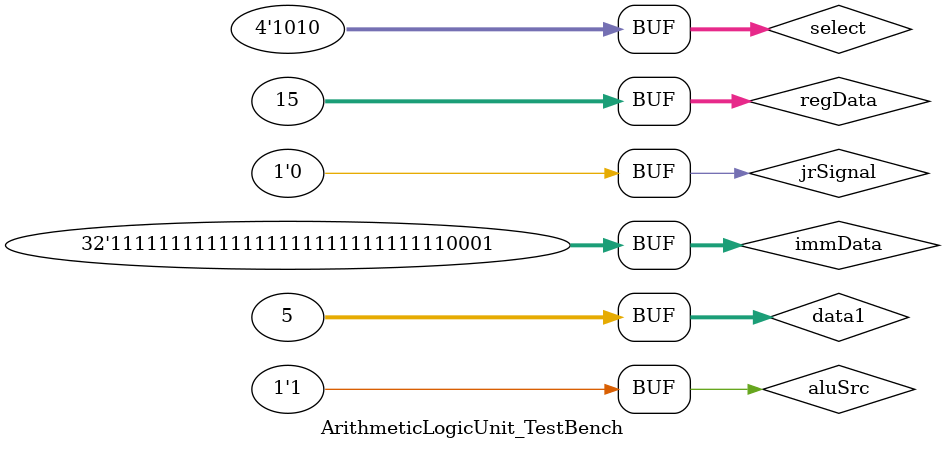
<source format=v>
module ArithmeticLogicUnit_TestBench();
	// Variable declarations
	wire [31:0]result;
	wire zero;
	reg [31:0]data1, regData, immData;
	reg [3:0]select;
	reg aluSrc, jrSignal;
	
	// Calling module to test
	ArithmeticLogicUnit aluTest(result, zero, jrSignal, data1, regData, immData, aluSrc, select);
	
	
	
	initial begin
		// Initial value of datas and select
		//data1 = 32'b11111111111111111111111111111011;	// -5
		//data2 = 32'b00000000000000000000000000001111;	// 14
		aluSrc = 1;
		data1 = 5;
		regData = 15;
		immData = -15;
		select = -1;
		jrSignal = 0;
		
		select=select+1; #20; // addOpt 	- 0000
		select=select+1; #20; // adduOpt	- 0001
		select=select+1; #20; // andOpt	- 0010
		select=select+1; #20; // norOpt	- 0011
		select=select+1; #20; // orOpt	- 0100
		select=select+1; #20; // sltOpt	- 0101
		select=select+1; #20; // sltuOpt	- 0110
		select=select+1; #20; // sllOpt	- 0111
		select=select+1; #20; // srlOpt	- 1000
		select=select+1; #20; // subOpt	- 1001
		select=select+1; #20; // subuOpt	- 1010
	end

	initial begin
		// Monitoring changes
		$monitor("select: %4b\ndata1:   %32b\nregData: %32b\nimmData: %32b\nresult:  %32b\nresult_dec: %d\nresult_dec_signed: %d\naluSrc: %1b\njrSignal: %1b\nzero: %1b\n\n", select, data1, regData, immData, result, result, $signed(result), aluSrc, jrSignal, zero);
	end
endmodule
</source>
